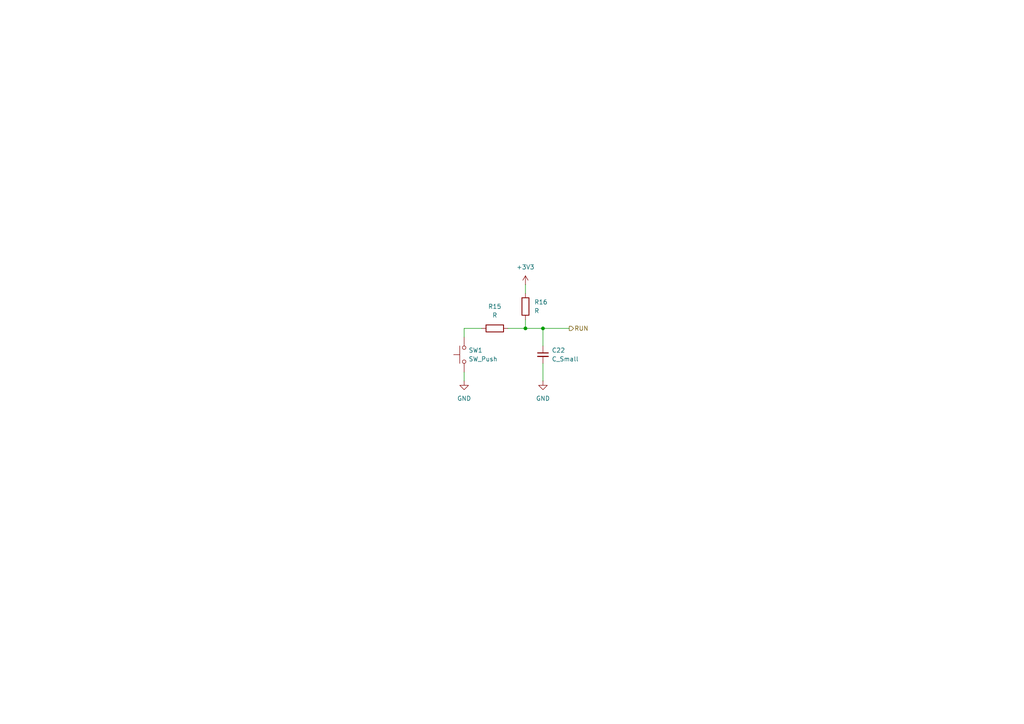
<source format=kicad_sch>
(kicad_sch (version 20231120) (generator "eeschema") (generator_version "8.0")
  (paper "A4")
  (lib_symbols
    (symbol "Device:C_Small" (pin_numbers hide) (pin_names (offset 0.254) hide)
      (property "Reference" "C" (at 0.254 1.778 0))
      (property "Value" "C_Small" (at 0.254 -2.032 0))
      (symbol "C_Small_0_1"
        (polyline (pts (xy -1.524 -0.508) (xy 1.524 -0.508)) (stroke (width 0.3302)))
        (polyline (pts (xy -1.524 0.508) (xy 1.524 0.508)) (stroke (width 0.3048)))
      )
      (symbol "C_Small_1_1"
        (pin passive line (at 0 2.54 270) (length 2.032) (name "~") (number "1"))
        (pin passive line (at 0 -2.54 90) (length 2.032) (name "~") (number "2"))
      )
    )
    (symbol "Device:R" (pin_numbers hide) (pin_names (offset 0))
      (property "Reference" "R" (at 2.032 0 90))
      (property "Value" "R" (at 0 0 90))
      (symbol "R_0_1"
        (rectangle (start -1.016 -2.54) (end 1.016 2.54) (stroke (width 0.254)))
      )
      (symbol "R_1_1"
        (pin passive line (at 0 3.81 270) (length 1.27) (name "~") (number "1"))
        (pin passive line (at 0 -3.81 90) (length 1.27) (name "~") (number "2"))
      )
    )
    (symbol "Switch:SW_Push" (pin_numbers hide) (pin_names (offset 1.016) hide)
      (property "Reference" "SW" (at 1.27 2.54 0))
      (property "Value" "SW_Push" (at 0 -1.524 0))
      (symbol "SW_Push_0_1"
        (circle (center -2.032 0) (radius 0.508))
        (polyline (pts (xy 0 1.27) (xy 0 3.048)))
        (polyline (pts (xy 2.54 1.27) (xy -2.54 1.27)))
        (circle (center 2.032 0) (radius 0.508))
        (pin passive line (at -5.08 0 0) (length 2.54) (name "1") (number "1"))
        (pin passive line (at 5.08 0 180) (length 2.54) (name "2") (number "2"))
      )
    )
    (symbol "power:+3V3" (power) (pin_numbers hide) (pin_names (offset 0) hide)
      (property "Value" "+3V3" (at 0 3.556 0))
      (symbol "+3V3_0_1"
        (polyline (pts (xy -0.762 1.27) (xy 0 2.54)))
        (polyline (pts (xy 0 0) (xy 0 2.54)))
        (polyline (pts (xy 0 2.54) (xy 0.762 1.27)))
      )
      (symbol "+3V3_1_1"
        (pin power_in line (at 0 0 90) (length 0) (name "~") (number "1"))
      )
    )
    (symbol "power:GND" (power) (pin_numbers hide) (pin_names (offset 0) hide)
      (property "Value" "GND" (at 0 -3.81 0))
      (symbol "GND_0_1"
        (polyline (pts (xy 0 0) (xy 0 -1.27) (xy 1.27 -1.27) (xy 0 -2.54) (xy -1.27 -1.27) (xy 0 -1.27)))
      )
      (symbol "GND_1_1"
        (pin power_in line (at 0 0 270) (length 0) (name "~") (number "1"))
      )
    )
  )
  (junction (at 157.48 95.25))
  (junction (at 152.4 95.25))
  (wire (pts (xy 157.48 95.25) (xy 165.1 95.25)))
  (wire (pts (xy 134.62 97.79) (xy 134.62 95.25)))
  (wire (pts (xy 157.48 95.25) (xy 157.48 100.33)))
  (wire (pts (xy 134.62 95.25) (xy 139.7 95.25)))
  (wire (pts (xy 147.32 95.25) (xy 152.4 95.25)))
  (wire (pts (xy 152.4 92.71) (xy 152.4 95.25)))
  (wire (pts (xy 134.62 107.95) (xy 134.62 110.49)))
  (wire (pts (xy 157.48 105.41) (xy 157.48 110.49)))
  (wire (pts (xy 152.4 95.25) (xy 157.48 95.25)))
  (wire (pts (xy 152.4 82.55) (xy 152.4 85.09)))
  (hierarchical_label "RUN" (shape output) (at 165.1 95.25 0))
  (symbol (lib_id "Device:C_Small") (at 157.48 102.87 0) (unit 1)
    (property "Reference" "C22" (at 160.02 101.6063 0) (effects (justify left)))
    (property "Value" "C_Small" (at 160.02 104.1463 0) (effects (justify left)))
    (property "Footprint" "Capacitor_SMD:C_0402_1005Metric" (effects (hide yes)))
    (property "Description" "Unpolarized capacitor, small symbol" (effects (hide yes)))
    (property "Manufacturer_Name" "Samsung Electro-Mechanics" (effects (hide yes)))
    (property "Manufacturer_Part_Number" "CL31B104KBCNNNC" (effects (hide yes)))
  )
  (symbol (lib_id "power:GND") (at 134.62 110.49 0) (unit 1)
    (property "Reference" "#PWR033" (effects (hide yes)))
    (property "Value" "GND" (at 134.62 115.57 0))
    (property "Description" "Power symbol creates a global label with name \"GND\" , ground" (effects (hide yes)))
  )
  (symbol (lib_id "Device:R") (at 143.51 95.25 270) (unit 1)
    (property "Reference" "R15" (at 143.51 88.9 90))
    (property "Value" "R" (at 143.51 91.44 90))
    (property "Footprint" "Resistor_SMD:R_0402_1005Metric" (effects (hide yes)))
    (property "Description" "Resistor" (effects (hide yes)))
    (property "Manufacturer_Name" "UNI-ROYAL(Uniroyal Elec)" (effects (hide yes)))
    (property "Manufacturer_Part_Number" "1206W4F1001T5E" (effects (hide yes)))
  )
  (symbol (lib_id "power:GND") (at 157.48 110.49 0) (unit 1)
    (property "Reference" "#PWR035" (effects (hide yes)))
    (property "Value" "GND" (at 157.48 115.57 0))
    (property "Description" "Power symbol creates a global label with name \"GND\" , ground" (effects (hide yes)))
  )
  (symbol (lib_id "Device:R") (at 152.4 88.9 0) (unit 1)
    (property "Reference" "R16" (at 154.94 87.63 0) (effects (justify left)))
    (property "Value" "R" (at 154.94 90.17 0) (effects (justify left)))
    (property "Footprint" "Resistor_SMD:R_0402_1005Metric" (effects (hide yes)))
    (property "Description" "Resistor" (effects (hide yes)))
    (property "Manufacturer_Name" "UNI-ROYAL(Uniroyal Elec)" (effects (hide yes)))
    (property "Manufacturer_Part_Number" "1206W4F1002T5E" (effects (hide yes)))
  )
  (symbol (lib_id "power:+3V3") (at 152.4 82.55 0) (unit 1)
    (property "Reference" "#PWR034" (effects (hide yes)))
    (property "Value" "+3V3" (at 152.4 77.47 0))
    (property "Description" "Power symbol creates a global label with name \"+3V3\"" (effects (hide yes)))
  )
  (symbol (lib_id "Switch:SW_Push") (at 134.62 102.87 90) (unit 1)
    (property "Reference" "SW1" (at 135.89 101.6 90) (effects (justify right)))
    (property "Value" "SW_Push" (at 135.89 104.14 90) (effects (justify right)))
    (property "Description" "Push button switch, generic, two pins" (effects (hide yes)))
  )
)
</source>
